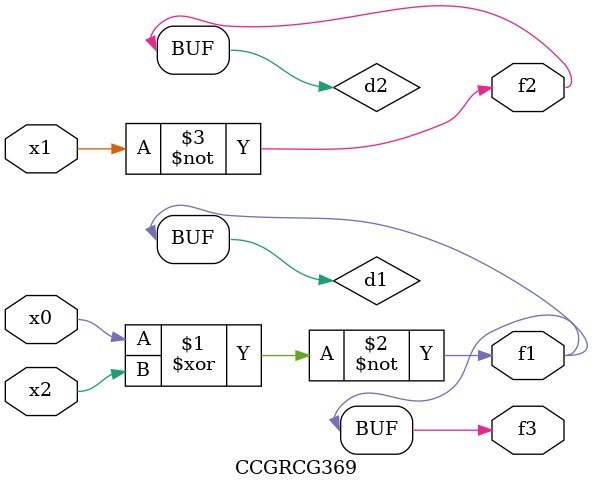
<source format=v>
module CCGRCG369(
	input x0, x1, x2,
	output f1, f2, f3
);

	wire d1, d2, d3;

	xnor (d1, x0, x2);
	nand (d2, x1);
	nor (d3, x1, x2);
	assign f1 = d1;
	assign f2 = d2;
	assign f3 = d1;
endmodule

</source>
